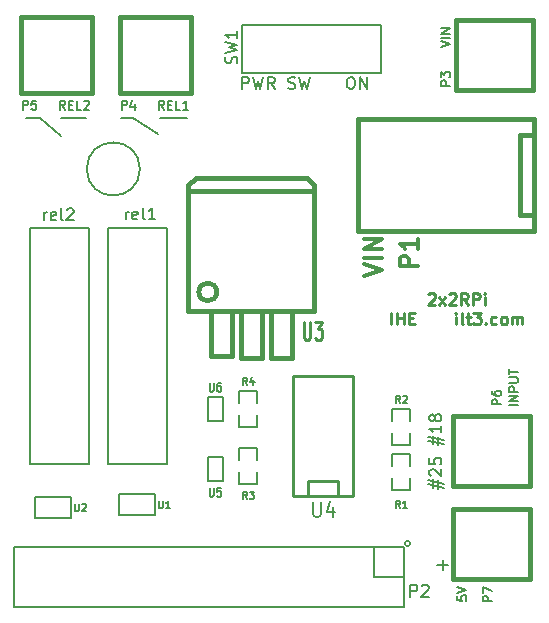
<source format=gto>
G04 (created by PCBNEW (2012-nov-02)-testing) date Mon 04 Feb 2013 05:38:42 PM EST*
%MOIN*%
G04 Gerber Fmt 3.4, Leading zero omitted, Abs format*
%FSLAX34Y34*%
G01*
G70*
G90*
G04 APERTURE LIST*
%ADD10C,0.006*%
%ADD11C,0.00984252*%
%ADD12C,0.00787402*%
%ADD13C,0.015*%
%ADD14C,0.0079*%
%ADD15C,0.00590551*%
%ADD16C,0.008*%
%ADD17C,0.005*%
%ADD18C,0.01*%
%ADD19C,0.012*%
G04 APERTURE END LIST*
G54D10*
G54D11*
X13903Y10521D02*
X13921Y10540D01*
X13959Y10559D01*
X14053Y10559D01*
X14090Y10540D01*
X14109Y10521D01*
X14128Y10484D01*
X14128Y10446D01*
X14109Y10390D01*
X13884Y10165D01*
X14128Y10165D01*
X14259Y10165D02*
X14465Y10428D01*
X14259Y10428D02*
X14465Y10165D01*
X14596Y10521D02*
X14615Y10540D01*
X14653Y10559D01*
X14746Y10559D01*
X14784Y10540D01*
X14803Y10521D01*
X14821Y10484D01*
X14821Y10446D01*
X14803Y10390D01*
X14578Y10165D01*
X14821Y10165D01*
X15215Y10165D02*
X15084Y10353D01*
X14990Y10165D02*
X14990Y10559D01*
X15140Y10559D01*
X15178Y10540D01*
X15196Y10521D01*
X15215Y10484D01*
X15215Y10428D01*
X15196Y10390D01*
X15178Y10371D01*
X15140Y10353D01*
X14990Y10353D01*
X15384Y10165D02*
X15384Y10559D01*
X15534Y10559D01*
X15571Y10540D01*
X15590Y10521D01*
X15609Y10484D01*
X15609Y10428D01*
X15590Y10390D01*
X15571Y10371D01*
X15534Y10353D01*
X15384Y10353D01*
X15778Y10165D02*
X15778Y10428D01*
X15778Y10559D02*
X15759Y10540D01*
X15778Y10521D01*
X15796Y10540D01*
X15778Y10559D01*
X15778Y10521D01*
X12665Y9516D02*
X12665Y9909D01*
X12853Y9516D02*
X12853Y9909D01*
X12853Y9722D02*
X13078Y9722D01*
X13078Y9516D02*
X13078Y9909D01*
X13265Y9722D02*
X13397Y9722D01*
X13453Y9516D02*
X13265Y9516D01*
X13265Y9909D01*
X13453Y9909D01*
X14821Y9516D02*
X14821Y9778D01*
X14821Y9909D02*
X14803Y9890D01*
X14821Y9872D01*
X14840Y9890D01*
X14821Y9909D01*
X14821Y9872D01*
X15065Y9516D02*
X15028Y9534D01*
X15009Y9572D01*
X15009Y9909D01*
X15159Y9778D02*
X15309Y9778D01*
X15215Y9909D02*
X15215Y9572D01*
X15234Y9534D01*
X15271Y9516D01*
X15309Y9516D01*
X15403Y9909D02*
X15646Y9909D01*
X15515Y9759D01*
X15571Y9759D01*
X15609Y9741D01*
X15628Y9722D01*
X15646Y9684D01*
X15646Y9591D01*
X15628Y9553D01*
X15609Y9534D01*
X15571Y9516D01*
X15459Y9516D01*
X15421Y9534D01*
X15403Y9553D01*
X15815Y9553D02*
X15834Y9534D01*
X15815Y9516D01*
X15796Y9534D01*
X15815Y9553D01*
X15815Y9516D01*
X16171Y9534D02*
X16134Y9516D01*
X16059Y9516D01*
X16021Y9534D01*
X16002Y9553D01*
X15984Y9591D01*
X15984Y9703D01*
X16002Y9741D01*
X16021Y9759D01*
X16059Y9778D01*
X16134Y9778D01*
X16171Y9759D01*
X16396Y9516D02*
X16359Y9534D01*
X16340Y9553D01*
X16321Y9591D01*
X16321Y9703D01*
X16340Y9741D01*
X16359Y9759D01*
X16396Y9778D01*
X16452Y9778D01*
X16490Y9759D01*
X16509Y9741D01*
X16527Y9703D01*
X16527Y9591D01*
X16509Y9553D01*
X16490Y9534D01*
X16452Y9516D01*
X16396Y9516D01*
X16696Y9516D02*
X16696Y9778D01*
X16696Y9741D02*
X16715Y9759D01*
X16752Y9778D01*
X16809Y9778D01*
X16846Y9759D01*
X16865Y9722D01*
X16865Y9516D01*
X16865Y9722D02*
X16884Y9759D01*
X16921Y9778D01*
X16977Y9778D01*
X17015Y9759D01*
X17034Y9722D01*
X17034Y9516D01*
G54D12*
X14375Y1325D02*
X14375Y1650D01*
X14200Y1500D02*
X14550Y1500D01*
X1650Y16400D02*
X2500Y16400D01*
X950Y16400D02*
X1650Y15800D01*
X500Y16400D02*
X950Y16400D01*
X4950Y16400D02*
X5850Y16400D01*
X4050Y16400D02*
X4900Y15850D01*
X3650Y16400D02*
X4050Y16400D01*
G54D10*
X7678Y17913D02*
X7678Y19487D01*
X7678Y19487D02*
X12322Y19487D01*
X12322Y19487D02*
X12322Y17913D01*
X12322Y17913D02*
X7678Y17913D01*
G54D13*
X17281Y6481D02*
X14722Y6481D01*
X14722Y6481D02*
X14722Y4119D01*
X14722Y4119D02*
X17281Y4119D01*
X17281Y4119D02*
X17281Y6481D01*
G54D14*
X4285Y14700D02*
G75*
G03X4285Y14700I-885J0D01*
G74*
G01*
G54D15*
X13100Y1100D02*
X12100Y1100D01*
X12100Y1100D02*
X12100Y2100D01*
X13290Y2214D02*
G75*
G03X13290Y2214I-88J0D01*
G74*
G01*
G54D16*
X13100Y2100D02*
X100Y2100D01*
X100Y100D02*
X13100Y100D01*
X13100Y100D02*
X13100Y2100D01*
X100Y2100D02*
X100Y100D01*
G54D13*
X8650Y9950D02*
X8650Y8400D01*
X8650Y8400D02*
X9350Y8400D01*
X9350Y8400D02*
X9350Y9950D01*
X7650Y9950D02*
X7650Y8400D01*
X7650Y8400D02*
X8350Y8400D01*
X8350Y8400D02*
X8350Y9950D01*
X6650Y9950D02*
X6650Y8450D01*
X6650Y8450D02*
X7300Y8450D01*
X7300Y8450D02*
X7350Y8450D01*
X7350Y8450D02*
X7350Y9950D01*
X6850Y10600D02*
G75*
G03X6850Y10600I-300J0D01*
G74*
G01*
X5900Y9950D02*
X5900Y14150D01*
X5900Y14150D02*
X6150Y14400D01*
X6150Y14400D02*
X9700Y14400D01*
X9700Y14400D02*
X9800Y14400D01*
X9800Y14400D02*
X9850Y14400D01*
X9850Y14400D02*
X10100Y14150D01*
X10100Y14150D02*
X10100Y9950D01*
X5900Y9950D02*
X10100Y9950D01*
X10100Y13950D02*
X5900Y13950D01*
G54D17*
X2000Y3750D02*
X2000Y3050D01*
X2000Y3050D02*
X800Y3050D01*
X800Y3050D02*
X800Y3750D01*
X800Y3750D02*
X2000Y3750D01*
X4800Y3850D02*
X4800Y3150D01*
X4800Y3150D02*
X3600Y3150D01*
X3600Y3150D02*
X3600Y3850D01*
X3600Y3850D02*
X4800Y3850D01*
X8200Y6500D02*
X8200Y6100D01*
X8200Y6100D02*
X7600Y6100D01*
X7600Y6100D02*
X7600Y6500D01*
X7600Y6900D02*
X7600Y7300D01*
X7600Y7300D02*
X8200Y7300D01*
X8200Y7300D02*
X8200Y6900D01*
X7600Y5000D02*
X7600Y5400D01*
X7600Y5400D02*
X8200Y5400D01*
X8200Y5400D02*
X8200Y5000D01*
X8200Y4600D02*
X8200Y4200D01*
X8200Y4200D02*
X7600Y4200D01*
X7600Y4200D02*
X7600Y4600D01*
X12700Y4800D02*
X12700Y5200D01*
X12700Y5200D02*
X13300Y5200D01*
X13300Y5200D02*
X13300Y4800D01*
X13300Y4400D02*
X13300Y4000D01*
X13300Y4000D02*
X12700Y4000D01*
X12700Y4000D02*
X12700Y4400D01*
X13300Y5900D02*
X13300Y5500D01*
X13300Y5500D02*
X12700Y5500D01*
X12700Y5500D02*
X12700Y5900D01*
X12700Y6300D02*
X12700Y6700D01*
X12700Y6700D02*
X13300Y6700D01*
X13300Y6700D02*
X13300Y6300D01*
G54D15*
X3215Y4862D02*
X5184Y4862D01*
X5184Y4862D02*
X5184Y12737D01*
X5184Y12737D02*
X3215Y12737D01*
X3215Y12737D02*
X3215Y4862D01*
X615Y4862D02*
X2584Y4862D01*
X2584Y4862D02*
X2584Y12737D01*
X2584Y12737D02*
X615Y12737D01*
X615Y12737D02*
X615Y4862D01*
G54D18*
X9900Y3800D02*
X9900Y4300D01*
X9900Y4300D02*
X10900Y4300D01*
X10900Y4300D02*
X10900Y3800D01*
X9400Y3800D02*
X9400Y7800D01*
X9400Y7800D02*
X11400Y7800D01*
X11400Y7800D02*
X11400Y3800D01*
X11400Y3800D02*
X9400Y3800D01*
G54D10*
X7050Y6300D02*
X7050Y7100D01*
X7050Y7100D02*
X6550Y7100D01*
X6550Y7100D02*
X6550Y6300D01*
X6550Y6300D02*
X7050Y6300D01*
X7050Y4300D02*
X7050Y5100D01*
X7050Y5100D02*
X6550Y5100D01*
X6550Y5100D02*
X6550Y4300D01*
X6550Y4300D02*
X7050Y4300D01*
G54D13*
X5981Y17219D02*
X5981Y19778D01*
X5981Y19778D02*
X3619Y19778D01*
X3619Y19778D02*
X3619Y17219D01*
X3619Y17219D02*
X5981Y17219D01*
X14719Y1019D02*
X17278Y1019D01*
X17278Y1019D02*
X17278Y3381D01*
X17278Y3381D02*
X14719Y3381D01*
X14719Y3381D02*
X14719Y1019D01*
X2681Y17219D02*
X2681Y19778D01*
X2681Y19778D02*
X319Y19778D01*
X319Y19778D02*
X319Y17219D01*
X319Y17219D02*
X2681Y17219D01*
X14819Y17319D02*
X17378Y17319D01*
X17378Y17319D02*
X17378Y19681D01*
X17378Y19681D02*
X14819Y19681D01*
X14819Y19681D02*
X14819Y17319D01*
X17374Y13181D02*
X16941Y13181D01*
X16941Y13181D02*
X16941Y15819D01*
X16941Y15819D02*
X17335Y15819D01*
X17433Y12630D02*
X11567Y12630D01*
X11567Y12630D02*
X11567Y16370D01*
X11567Y16370D02*
X17433Y16370D01*
X17433Y16370D02*
X17433Y12630D01*
G54D10*
X7517Y18216D02*
X7536Y18273D01*
X7536Y18369D01*
X7517Y18407D01*
X7498Y18426D01*
X7460Y18445D01*
X7422Y18445D01*
X7384Y18426D01*
X7365Y18407D01*
X7346Y18369D01*
X7327Y18292D01*
X7308Y18254D01*
X7289Y18235D01*
X7251Y18216D01*
X7213Y18216D01*
X7175Y18235D01*
X7155Y18254D01*
X7136Y18292D01*
X7136Y18388D01*
X7155Y18445D01*
X7136Y18578D02*
X7536Y18673D01*
X7251Y18750D01*
X7536Y18826D01*
X7136Y18921D01*
X7536Y19283D02*
X7536Y19054D01*
X7536Y19169D02*
X7136Y19169D01*
X7194Y19130D01*
X7232Y19092D01*
X7251Y19054D01*
X7695Y17363D02*
X7695Y17763D01*
X7847Y17763D01*
X7885Y17744D01*
X7904Y17725D01*
X7923Y17686D01*
X7923Y17629D01*
X7904Y17591D01*
X7885Y17572D01*
X7847Y17553D01*
X7695Y17553D01*
X8057Y17763D02*
X8152Y17363D01*
X8228Y17648D01*
X8304Y17363D01*
X8400Y17763D01*
X8780Y17363D02*
X8647Y17553D01*
X8552Y17363D02*
X8552Y17763D01*
X8704Y17763D01*
X8742Y17744D01*
X8761Y17725D01*
X8780Y17686D01*
X8780Y17629D01*
X8761Y17591D01*
X8742Y17572D01*
X8704Y17553D01*
X8552Y17553D01*
X9238Y17382D02*
X9295Y17363D01*
X9390Y17363D01*
X9428Y17382D01*
X9447Y17401D01*
X9466Y17439D01*
X9466Y17477D01*
X9447Y17515D01*
X9428Y17534D01*
X9390Y17553D01*
X9314Y17572D01*
X9276Y17591D01*
X9257Y17610D01*
X9238Y17648D01*
X9238Y17686D01*
X9257Y17725D01*
X9276Y17744D01*
X9314Y17763D01*
X9409Y17763D01*
X9466Y17744D01*
X9600Y17763D02*
X9695Y17363D01*
X9771Y17648D01*
X9847Y17363D01*
X9942Y17763D01*
G54D15*
X11281Y17759D02*
X11356Y17759D01*
X11393Y17740D01*
X11431Y17703D01*
X11450Y17628D01*
X11450Y17496D01*
X11431Y17421D01*
X11393Y17384D01*
X11356Y17365D01*
X11281Y17365D01*
X11243Y17384D01*
X11206Y17421D01*
X11187Y17496D01*
X11187Y17628D01*
X11206Y17703D01*
X11243Y17740D01*
X11281Y17759D01*
X11618Y17365D02*
X11618Y17759D01*
X11843Y17365D01*
X11843Y17759D01*
G54D10*
X16321Y6853D02*
X16021Y6853D01*
X16021Y6967D01*
X16035Y6996D01*
X16050Y7010D01*
X16078Y7025D01*
X16121Y7025D01*
X16150Y7010D01*
X16164Y6996D01*
X16178Y6967D01*
X16178Y6853D01*
X16021Y7282D02*
X16021Y7225D01*
X16035Y7196D01*
X16050Y7182D01*
X16092Y7153D01*
X16150Y7139D01*
X16264Y7139D01*
X16292Y7153D01*
X16307Y7167D01*
X16321Y7196D01*
X16321Y7253D01*
X16307Y7282D01*
X16292Y7296D01*
X16264Y7310D01*
X16192Y7310D01*
X16164Y7296D01*
X16150Y7282D01*
X16135Y7253D01*
X16135Y7196D01*
X16150Y7167D01*
X16164Y7153D01*
X16192Y7139D01*
X16896Y6821D02*
X16596Y6821D01*
X16896Y6964D02*
X16596Y6964D01*
X16896Y7135D01*
X16596Y7135D01*
X16896Y7278D02*
X16596Y7278D01*
X16596Y7392D01*
X16610Y7421D01*
X16625Y7435D01*
X16653Y7450D01*
X16696Y7450D01*
X16725Y7435D01*
X16739Y7421D01*
X16753Y7392D01*
X16753Y7278D01*
X16596Y7578D02*
X16839Y7578D01*
X16867Y7592D01*
X16882Y7607D01*
X16896Y7635D01*
X16896Y7692D01*
X16882Y7721D01*
X16867Y7735D01*
X16839Y7750D01*
X16596Y7750D01*
X16596Y7850D02*
X16596Y8021D01*
X16896Y7935D02*
X16596Y7935D01*
G54D15*
X14071Y4081D02*
X14071Y4362D01*
X13903Y4193D02*
X14409Y4081D01*
X14240Y4325D02*
X14240Y4043D01*
X14409Y4212D02*
X13903Y4325D01*
X13978Y4475D02*
X13959Y4493D01*
X13940Y4531D01*
X13940Y4625D01*
X13959Y4662D01*
X13978Y4681D01*
X14015Y4700D01*
X14053Y4700D01*
X14109Y4681D01*
X14334Y4456D01*
X14334Y4700D01*
X13940Y5056D02*
X13940Y4868D01*
X14128Y4850D01*
X14109Y4868D01*
X14090Y4906D01*
X14090Y5000D01*
X14109Y5037D01*
X14128Y5056D01*
X14165Y5075D01*
X14259Y5075D01*
X14296Y5056D01*
X14315Y5037D01*
X14334Y5000D01*
X14334Y4906D01*
X14315Y4868D01*
X14296Y4850D01*
X14071Y5524D02*
X14071Y5806D01*
X13903Y5637D02*
X14409Y5524D01*
X14240Y5768D02*
X14240Y5487D01*
X14409Y5656D02*
X13903Y5768D01*
X14334Y6143D02*
X14334Y5918D01*
X14334Y6031D02*
X13940Y6031D01*
X13996Y5993D01*
X14034Y5956D01*
X14053Y5918D01*
X14109Y6368D02*
X14090Y6331D01*
X14071Y6312D01*
X14034Y6293D01*
X14015Y6293D01*
X13978Y6312D01*
X13959Y6331D01*
X13940Y6368D01*
X13940Y6443D01*
X13959Y6481D01*
X13978Y6499D01*
X14015Y6518D01*
X14034Y6518D01*
X14071Y6499D01*
X14090Y6481D01*
X14109Y6443D01*
X14109Y6368D01*
X14128Y6331D01*
X14146Y6312D01*
X14184Y6293D01*
X14259Y6293D01*
X14296Y6312D01*
X14315Y6331D01*
X14334Y6368D01*
X14334Y6443D01*
X14315Y6481D01*
X14296Y6499D01*
X14259Y6518D01*
X14184Y6518D01*
X14146Y6499D01*
X14128Y6481D01*
X14109Y6443D01*
G54D16*
X13304Y438D02*
X13304Y838D01*
X13457Y838D01*
X13495Y819D01*
X13514Y800D01*
X13533Y761D01*
X13533Y704D01*
X13514Y666D01*
X13495Y647D01*
X13457Y628D01*
X13304Y628D01*
X13685Y800D02*
X13704Y819D01*
X13742Y838D01*
X13838Y838D01*
X13876Y819D01*
X13895Y800D01*
X13914Y761D01*
X13914Y723D01*
X13895Y666D01*
X13666Y438D01*
X13914Y438D01*
G54D18*
X9745Y9607D02*
X9745Y9121D01*
X9764Y9064D01*
X9783Y9035D01*
X9821Y9007D01*
X9897Y9007D01*
X9935Y9035D01*
X9954Y9064D01*
X9973Y9121D01*
X9973Y9607D01*
X10126Y9607D02*
X10373Y9607D01*
X10240Y9378D01*
X10297Y9378D01*
X10335Y9350D01*
X10354Y9321D01*
X10373Y9264D01*
X10373Y9121D01*
X10354Y9064D01*
X10335Y9035D01*
X10297Y9007D01*
X10183Y9007D01*
X10145Y9035D01*
X10126Y9064D01*
G54D17*
X2109Y3548D02*
X2109Y3346D01*
X2121Y3322D01*
X2133Y3310D01*
X2157Y3298D01*
X2204Y3298D01*
X2228Y3310D01*
X2240Y3322D01*
X2252Y3346D01*
X2252Y3548D01*
X2359Y3525D02*
X2371Y3536D01*
X2395Y3548D01*
X2454Y3548D01*
X2478Y3536D01*
X2490Y3525D01*
X2502Y3501D01*
X2502Y3477D01*
X2490Y3441D01*
X2347Y3298D01*
X2502Y3298D01*
X4909Y3648D02*
X4909Y3446D01*
X4921Y3422D01*
X4933Y3410D01*
X4957Y3398D01*
X5004Y3398D01*
X5028Y3410D01*
X5040Y3422D01*
X5052Y3446D01*
X5052Y3648D01*
X5302Y3398D02*
X5159Y3398D01*
X5230Y3398D02*
X5230Y3648D01*
X5207Y3613D01*
X5183Y3589D01*
X5159Y3577D01*
X7858Y7498D02*
X7775Y7617D01*
X7715Y7498D02*
X7715Y7748D01*
X7810Y7748D01*
X7834Y7736D01*
X7846Y7725D01*
X7858Y7701D01*
X7858Y7665D01*
X7846Y7641D01*
X7834Y7629D01*
X7810Y7617D01*
X7715Y7617D01*
X8072Y7665D02*
X8072Y7498D01*
X8013Y7760D02*
X7953Y7582D01*
X8108Y7582D01*
X7858Y3698D02*
X7775Y3817D01*
X7715Y3698D02*
X7715Y3948D01*
X7810Y3948D01*
X7834Y3936D01*
X7846Y3925D01*
X7858Y3901D01*
X7858Y3865D01*
X7846Y3841D01*
X7834Y3829D01*
X7810Y3817D01*
X7715Y3817D01*
X7941Y3948D02*
X8096Y3948D01*
X8013Y3853D01*
X8048Y3853D01*
X8072Y3841D01*
X8084Y3829D01*
X8096Y3805D01*
X8096Y3746D01*
X8084Y3722D01*
X8072Y3710D01*
X8048Y3698D01*
X7977Y3698D01*
X7953Y3710D01*
X7941Y3722D01*
X12958Y3398D02*
X12875Y3517D01*
X12815Y3398D02*
X12815Y3648D01*
X12910Y3648D01*
X12934Y3636D01*
X12946Y3625D01*
X12958Y3601D01*
X12958Y3565D01*
X12946Y3541D01*
X12934Y3529D01*
X12910Y3517D01*
X12815Y3517D01*
X13196Y3398D02*
X13053Y3398D01*
X13125Y3398D02*
X13125Y3648D01*
X13101Y3613D01*
X13077Y3589D01*
X13053Y3577D01*
X12958Y6898D02*
X12875Y7017D01*
X12815Y6898D02*
X12815Y7148D01*
X12910Y7148D01*
X12934Y7136D01*
X12946Y7125D01*
X12958Y7101D01*
X12958Y7065D01*
X12946Y7041D01*
X12934Y7029D01*
X12910Y7017D01*
X12815Y7017D01*
X13053Y7125D02*
X13065Y7136D01*
X13089Y7148D01*
X13148Y7148D01*
X13172Y7136D01*
X13184Y7125D01*
X13196Y7101D01*
X13196Y7077D01*
X13184Y7041D01*
X13041Y6898D01*
X13196Y6898D01*
G54D15*
X3812Y13015D02*
X3812Y13278D01*
X3812Y13203D02*
X3831Y13240D01*
X3850Y13259D01*
X3887Y13278D01*
X3925Y13278D01*
X4206Y13034D02*
X4168Y13015D01*
X4093Y13015D01*
X4056Y13034D01*
X4037Y13071D01*
X4037Y13221D01*
X4056Y13259D01*
X4093Y13278D01*
X4168Y13278D01*
X4206Y13259D01*
X4225Y13221D01*
X4225Y13184D01*
X4037Y13146D01*
X4449Y13015D02*
X4412Y13034D01*
X4393Y13071D01*
X4393Y13409D01*
X4806Y13015D02*
X4581Y13015D01*
X4693Y13015D02*
X4693Y13409D01*
X4656Y13353D01*
X4618Y13315D01*
X4581Y13296D01*
X1087Y12990D02*
X1087Y13253D01*
X1087Y13178D02*
X1106Y13215D01*
X1125Y13234D01*
X1162Y13253D01*
X1200Y13253D01*
X1481Y13009D02*
X1443Y12990D01*
X1368Y12990D01*
X1331Y13009D01*
X1312Y13046D01*
X1312Y13196D01*
X1331Y13234D01*
X1368Y13253D01*
X1443Y13253D01*
X1481Y13234D01*
X1500Y13196D01*
X1500Y13159D01*
X1312Y13121D01*
X1724Y12990D02*
X1687Y13009D01*
X1668Y13046D01*
X1668Y13384D01*
X1856Y13346D02*
X1874Y13365D01*
X1912Y13384D01*
X2006Y13384D01*
X2043Y13365D01*
X2062Y13346D01*
X2081Y13309D01*
X2081Y13271D01*
X2062Y13215D01*
X1837Y12990D01*
X2081Y12990D01*
G54D16*
X10057Y3597D02*
X10057Y3192D01*
X10078Y3145D01*
X10100Y3121D01*
X10142Y3097D01*
X10228Y3097D01*
X10271Y3121D01*
X10292Y3145D01*
X10314Y3192D01*
X10314Y3597D01*
X10721Y3430D02*
X10721Y3097D01*
X10614Y3621D02*
X10507Y3264D01*
X10785Y3264D01*
G54D17*
X6609Y7578D02*
X6609Y7335D01*
X6621Y7307D01*
X6633Y7292D01*
X6657Y7278D01*
X6704Y7278D01*
X6728Y7292D01*
X6740Y7307D01*
X6752Y7335D01*
X6752Y7578D01*
X6978Y7578D02*
X6930Y7578D01*
X6907Y7564D01*
X6895Y7550D01*
X6871Y7507D01*
X6859Y7450D01*
X6859Y7335D01*
X6871Y7307D01*
X6883Y7292D01*
X6907Y7278D01*
X6954Y7278D01*
X6978Y7292D01*
X6990Y7307D01*
X7002Y7335D01*
X7002Y7407D01*
X6990Y7435D01*
X6978Y7450D01*
X6954Y7464D01*
X6907Y7464D01*
X6883Y7450D01*
X6871Y7435D01*
X6859Y7407D01*
X6609Y4078D02*
X6609Y3835D01*
X6621Y3807D01*
X6633Y3792D01*
X6657Y3778D01*
X6704Y3778D01*
X6728Y3792D01*
X6740Y3807D01*
X6752Y3835D01*
X6752Y4078D01*
X6990Y4078D02*
X6871Y4078D01*
X6859Y3935D01*
X6871Y3950D01*
X6895Y3964D01*
X6954Y3964D01*
X6978Y3950D01*
X6990Y3935D01*
X7002Y3907D01*
X7002Y3835D01*
X6990Y3807D01*
X6978Y3792D01*
X6954Y3778D01*
X6895Y3778D01*
X6871Y3792D01*
X6859Y3807D01*
G54D10*
X3678Y16678D02*
X3678Y16978D01*
X3792Y16978D01*
X3821Y16964D01*
X3835Y16950D01*
X3850Y16921D01*
X3850Y16878D01*
X3835Y16850D01*
X3821Y16835D01*
X3792Y16821D01*
X3678Y16821D01*
X4107Y16878D02*
X4107Y16678D01*
X4035Y16992D02*
X3964Y16778D01*
X4150Y16778D01*
X5092Y16678D02*
X4992Y16821D01*
X4921Y16678D02*
X4921Y16978D01*
X5035Y16978D01*
X5064Y16964D01*
X5078Y16950D01*
X5092Y16921D01*
X5092Y16878D01*
X5078Y16850D01*
X5064Y16835D01*
X5035Y16821D01*
X4921Y16821D01*
X5221Y16835D02*
X5321Y16835D01*
X5364Y16678D02*
X5221Y16678D01*
X5221Y16978D01*
X5364Y16978D01*
X5635Y16678D02*
X5492Y16678D01*
X5492Y16978D01*
X5892Y16678D02*
X5721Y16678D01*
X5807Y16678D02*
X5807Y16978D01*
X5778Y16935D01*
X5750Y16907D01*
X5721Y16892D01*
X16021Y303D02*
X15721Y303D01*
X15721Y417D01*
X15735Y446D01*
X15750Y460D01*
X15778Y475D01*
X15821Y475D01*
X15850Y460D01*
X15864Y446D01*
X15878Y417D01*
X15878Y303D01*
X15721Y575D02*
X15721Y775D01*
X16021Y646D01*
X14871Y467D02*
X14871Y325D01*
X15014Y310D01*
X15000Y325D01*
X14985Y353D01*
X14985Y425D01*
X15000Y453D01*
X15014Y467D01*
X15042Y482D01*
X15114Y482D01*
X15142Y467D01*
X15157Y453D01*
X15171Y425D01*
X15171Y353D01*
X15157Y325D01*
X15142Y310D01*
X14871Y567D02*
X15171Y667D01*
X14871Y767D01*
X378Y16678D02*
X378Y16978D01*
X492Y16978D01*
X521Y16964D01*
X535Y16950D01*
X550Y16921D01*
X550Y16878D01*
X535Y16850D01*
X521Y16835D01*
X492Y16821D01*
X378Y16821D01*
X821Y16978D02*
X678Y16978D01*
X664Y16835D01*
X678Y16850D01*
X707Y16864D01*
X778Y16864D01*
X807Y16850D01*
X821Y16835D01*
X835Y16807D01*
X835Y16735D01*
X821Y16707D01*
X807Y16692D01*
X778Y16678D01*
X707Y16678D01*
X678Y16692D01*
X664Y16707D01*
X1792Y16678D02*
X1692Y16821D01*
X1621Y16678D02*
X1621Y16978D01*
X1735Y16978D01*
X1764Y16964D01*
X1778Y16950D01*
X1792Y16921D01*
X1792Y16878D01*
X1778Y16850D01*
X1764Y16835D01*
X1735Y16821D01*
X1621Y16821D01*
X1921Y16835D02*
X2021Y16835D01*
X2064Y16678D02*
X1921Y16678D01*
X1921Y16978D01*
X2064Y16978D01*
X2335Y16678D02*
X2192Y16678D01*
X2192Y16978D01*
X2421Y16950D02*
X2435Y16964D01*
X2464Y16978D01*
X2535Y16978D01*
X2564Y16964D01*
X2578Y16950D01*
X2592Y16921D01*
X2592Y16892D01*
X2578Y16850D01*
X2407Y16678D01*
X2592Y16678D01*
X14621Y17478D02*
X14321Y17478D01*
X14321Y17592D01*
X14335Y17621D01*
X14350Y17635D01*
X14378Y17650D01*
X14421Y17650D01*
X14450Y17635D01*
X14464Y17621D01*
X14478Y17592D01*
X14478Y17478D01*
X14321Y17750D02*
X14321Y17935D01*
X14435Y17835D01*
X14435Y17878D01*
X14450Y17907D01*
X14464Y17921D01*
X14492Y17935D01*
X14564Y17935D01*
X14592Y17921D01*
X14607Y17907D01*
X14621Y17878D01*
X14621Y17792D01*
X14607Y17764D01*
X14592Y17750D01*
X14321Y18771D02*
X14621Y18871D01*
X14321Y18971D01*
X14621Y19071D02*
X14321Y19071D01*
X14621Y19214D02*
X14321Y19214D01*
X14621Y19385D01*
X14321Y19385D01*
G54D19*
X13542Y11457D02*
X12942Y11457D01*
X12942Y11685D01*
X12971Y11742D01*
X13000Y11771D01*
X13057Y11800D01*
X13142Y11800D01*
X13200Y11771D01*
X13228Y11742D01*
X13257Y11685D01*
X13257Y11457D01*
X13542Y12371D02*
X13542Y12028D01*
X13542Y12200D02*
X12942Y12200D01*
X13028Y12142D01*
X13085Y12085D01*
X13114Y12028D01*
X11742Y11142D02*
X12342Y11342D01*
X11742Y11542D01*
X12342Y11742D02*
X11742Y11742D01*
X12342Y12028D02*
X11742Y12028D01*
X12342Y12371D01*
X11742Y12371D01*
M02*

</source>
